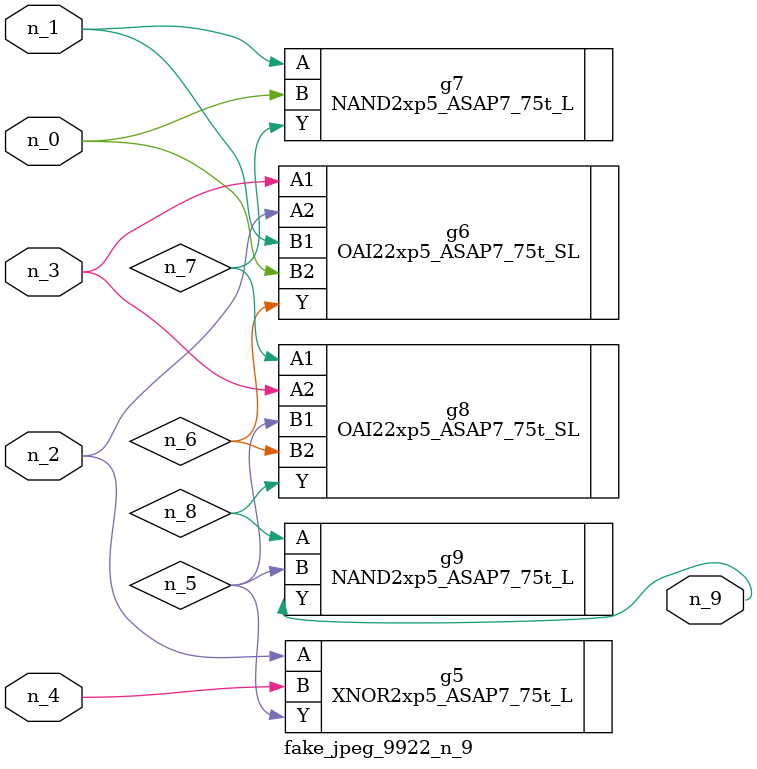
<source format=v>
module fake_jpeg_9922_n_9 (n_3, n_2, n_1, n_0, n_4, n_9);

input n_3;
input n_2;
input n_1;
input n_0;
input n_4;

output n_9;

wire n_8;
wire n_6;
wire n_5;
wire n_7;

XNOR2xp5_ASAP7_75t_L g5 ( 
.A(n_2),
.B(n_4),
.Y(n_5)
);

OAI22xp5_ASAP7_75t_SL g6 ( 
.A1(n_3),
.A2(n_2),
.B1(n_1),
.B2(n_0),
.Y(n_6)
);

NAND2xp5_ASAP7_75t_L g7 ( 
.A(n_1),
.B(n_0),
.Y(n_7)
);

OAI22xp5_ASAP7_75t_SL g8 ( 
.A1(n_7),
.A2(n_3),
.B1(n_5),
.B2(n_6),
.Y(n_8)
);

NAND2xp5_ASAP7_75t_L g9 ( 
.A(n_8),
.B(n_5),
.Y(n_9)
);


endmodule
</source>
